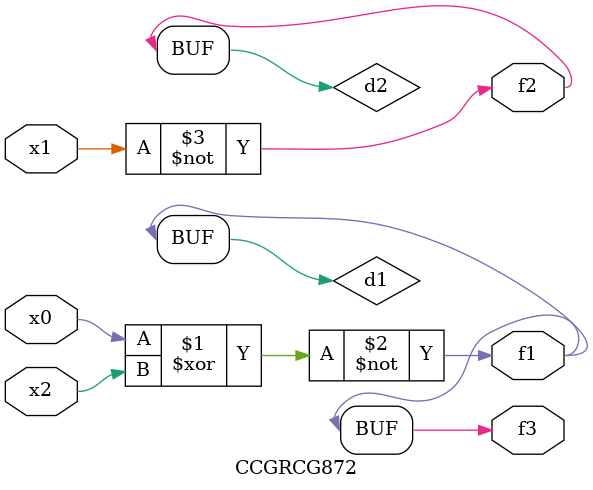
<source format=v>
module CCGRCG872(
	input x0, x1, x2,
	output f1, f2, f3
);

	wire d1, d2, d3;

	xnor (d1, x0, x2);
	nand (d2, x1);
	nor (d3, x1, x2);
	assign f1 = d1;
	assign f2 = d2;
	assign f3 = d1;
endmodule

</source>
